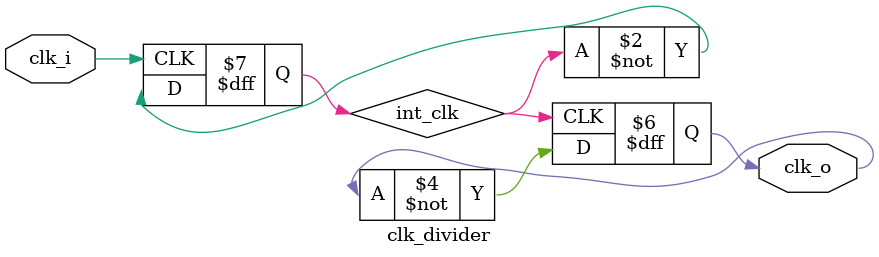
<source format=v>
`timescale 1ns / 1ps

module clk_divider(clk_i, clk_o);

input wire clk_i;
output reg clk_o;

reg int_clk;

initial begin
  clk_o <= 0;
  int_clk <= 0;
end

always @(posedge clk_i) begin
  int_clk <= ~int_clk;
end

always @(posedge int_clk) begin
  clk_o <= ~clk_o;
end

endmodule

</source>
